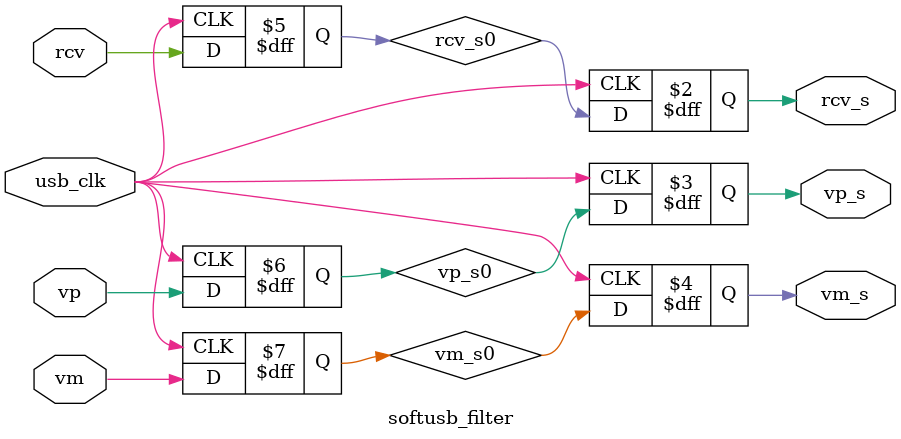
<source format=v>
/*
 * Milkymist VJ SoC
 * Copyright (C) 2007, 2008, 2009, 2010 Sebastien Bourdeauducq
 *
 * This program is free software: you can redistribute it and/or modify
 * it under the terms of the GNU General Public License as published by
 * the Free Software Foundation, version 3 of the License.
 *
 * This program is distributed in the hope that it will be useful,
 * but WITHOUT ANY WARRANTY; without even the implied warranty of
 * MERCHANTABILITY or FITNESS FOR A PARTICULAR PURPOSE.  See the
 * GNU General Public License for more details.
 *
 * You should have received a copy of the GNU General Public License
 * along with this program.  If not, see <http://www.gnu.org/licenses/>.
 */

module softusb_filter(
	input usb_clk,

	input rcv,
	input vp,
	input vm,

	output reg rcv_s,
	output reg vp_s,
	output reg vm_s
);

reg rcv_s0;
reg vp_s0;
reg vm_s0;
reg rcv_s1;
reg vp_s1;
reg vm_s1;

/* synchronizer */
always @(posedge usb_clk) begin
	rcv_s0 <= rcv;
	vp_s0 <= vp;
	vm_s0 <= vm;
	rcv_s <= rcv_s0;
	vp_s <= vp_s0;
	vm_s <= vm_s0;
end

endmodule

</source>
